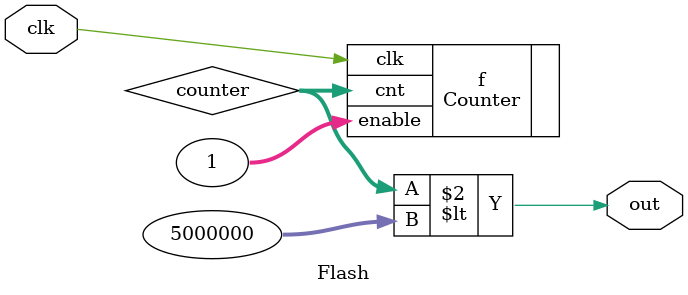
<source format=v>
module Flash #(parameter MAX = 1)(
	input clk, 
	output out);
	
	localparam BW = $clog2(MAX);
	wire [BW - 1: 0] counter;
	
	Counter #(.MAX(MAX), .WIDTH(BW))
		f(.clk(clk), .enable(1), .cnt(counter));
		
	
	assign out = (counter < 5_000_000);


endmodule


</source>
